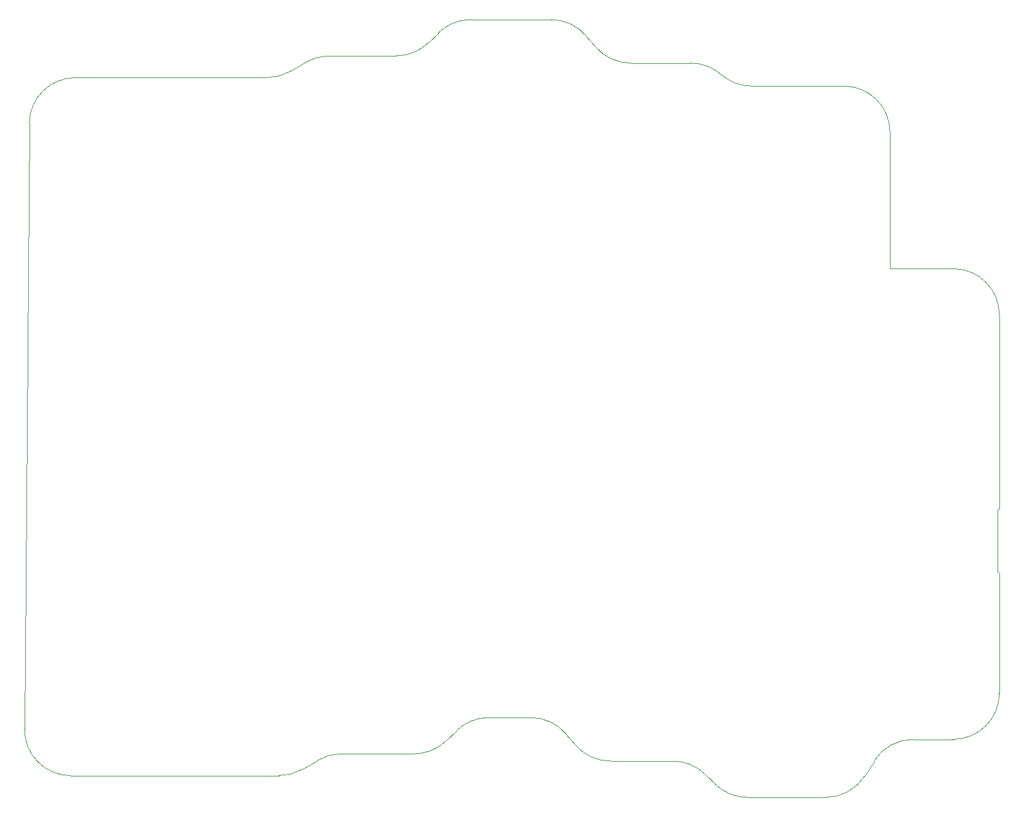
<source format=gbr>
G04 #@! TF.GenerationSoftware,KiCad,Pcbnew,(5.1.4)-1*
G04 #@! TF.CreationDate,2021-09-27T09:24:48-04:00*
G04 #@! TF.ProjectId,bottom_case,626f7474-6f6d-45f6-9361-73652e6b6963,rev?*
G04 #@! TF.SameCoordinates,Original*
G04 #@! TF.FileFunction,Profile,NP*
%FSLAX46Y46*%
G04 Gerber Fmt 4.6, Leading zero omitted, Abs format (unit mm)*
G04 Created by KiCad (PCBNEW (5.1.4)-1) date 2021-09-27 09:24:48*
%MOMM*%
%LPD*%
G04 APERTURE LIST*
%ADD10C,0.050000*%
G04 APERTURE END LIST*
D10*
X23482231Y10200000D02*
X-2895436Y10200000D01*
X26725400Y11090664D02*
G75*
G02X23482231Y10200000I-3243169J5459335D01*
G01*
X28776832Y12309335D02*
X26725401Y11090664D01*
X28776832Y12309336D02*
G75*
G02X32020002Y13200000I3243170J-5459336D01*
G01*
X41254324Y13200000D02*
X32020002Y13200000D01*
X45722057Y15037589D02*
G75*
G02X41254324Y13200000I-4467733J4512410D01*
G01*
X47060128Y16362411D02*
X45722058Y15037588D01*
X47060127Y16362411D02*
G75*
G02X51527862Y18200000I4467735J-4512412D01*
G01*
X62590936Y18200000D02*
X51527862Y18200000D01*
X62590935Y18200000D02*
G75*
G02X67449172Y15939015I1J-6350001D01*
G01*
X68693180Y14460984D02*
X67449172Y15939015D01*
X73551417Y12199999D02*
G75*
G02X68693180Y14460984I-1J6350001D01*
G01*
X81822137Y12200000D02*
X73551416Y12200000D01*
X81822136Y12199999D02*
G75*
G02X86015119Y10618794I1J-6350000D01*
G01*
X90208101Y9037588D02*
G75*
G02X86015119Y10618794I0J6350000D01*
G01*
X102900000Y9037588D02*
X90208101Y9037588D01*
X102900000Y9037588D02*
G75*
G02X109250000Y2687588I0J-6350000D01*
G01*
X109250000Y-16131214D02*
X109250000Y2687588D01*
X117950000Y-16131214D02*
X109250000Y-16131214D01*
X117950000Y-16131214D02*
G75*
G02X124300000Y-22481214I0J-6350000D01*
G01*
X124300000Y-49232858D02*
X124300000Y-22481214D01*
X124300000Y-49232859D02*
G75*
G02X124066603Y-49370983I-3350000J5394442D01*
G01*
X124066603Y-57922503D02*
X124066603Y-49370983D01*
X124066603Y-57922503D02*
G75*
G02X124300000Y-58060627I-3116603J-5532566D01*
G01*
X124300000Y-74650000D02*
X124300000Y-58060627D01*
X124300000Y-74650000D02*
G75*
G02X117950000Y-81000000I-6350000J0D01*
G01*
X112454860Y-81000000D02*
X117950000Y-81000000D01*
X107085208Y-83960407D02*
G75*
G02X112454860Y-81000000I5369652J-3389593D01*
G01*
X105772723Y-86039592D02*
X107085208Y-83960407D01*
X105772724Y-86039592D02*
G75*
G02X100403071Y-89000000I-5369653J3389593D01*
G01*
X89627862Y-89000000D02*
X100403071Y-89000000D01*
X89627862Y-89000000D02*
G75*
G02X85160128Y-87162411I0J6350000D01*
G01*
X83822058Y-85837588D02*
X85160128Y-87162411D01*
X79354324Y-83999999D02*
G75*
G02X83822058Y-85837588I0J-6350001D01*
G01*
X70759063Y-84000000D02*
X79354324Y-84000000D01*
X70759063Y-84000000D02*
G75*
G02X65900827Y-81739015I0J6350000D01*
G01*
X64656819Y-80260984D02*
X65900827Y-81739015D01*
X59798582Y-77999999D02*
G75*
G02X64656819Y-80260984I1J-6350001D01*
G01*
X53995675Y-78000000D02*
X59798583Y-78000000D01*
X49527941Y-79837589D02*
G75*
G02X53995675Y-78000000I4467734J-4512411D01*
G01*
X48189871Y-81162411D02*
X49527941Y-79837588D01*
X48189872Y-81162411D02*
G75*
G02X43722137Y-83000000I-4467735J4512412D01*
G01*
X33667768Y-83000000D02*
X43722137Y-83000000D01*
X30424598Y-83890664D02*
G75*
G02X33667768Y-83000000I3243170J-5459336D01*
G01*
X28373167Y-85109335D02*
X30424598Y-83890664D01*
X28373167Y-85109336D02*
G75*
G02X25129997Y-86000000I-3243170J5459337D01*
G01*
X-3545296Y-86000000D02*
X25129997Y-86000000D01*
X-3545296Y-86000000D02*
G75*
G02X-9895104Y-79600581I0J6350000D01*
G01*
X-9245244Y3899418D02*
X-9895104Y-79600581D01*
X-9245244Y3899419D02*
G75*
G02X-2895436Y10200000I6349808J-49419D01*
G01*
M02*

</source>
